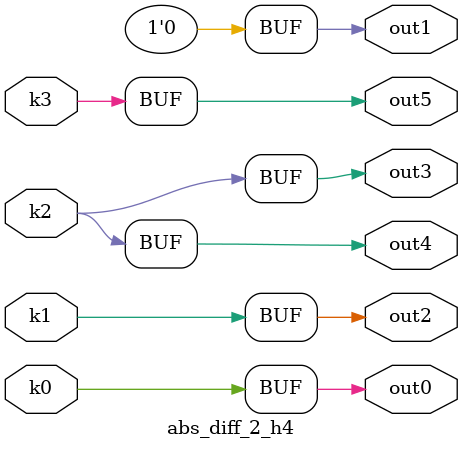
<source format=v>
module abs_diff_2(pi0, pi1, pi2, pi3, pi4, pi5, pi6, po0, po1, po2, po3, po4, po5);
input pi0, pi1, pi2, pi3, pi4, pi5, pi6;
output po0, po1, po2, po3, po4, po5;
wire k0, k1, k2, k3;
abs_diff_2_w4 DUT1 (pi0, pi1, pi2, pi3, pi4, pi5, pi6, k0, k1, k2, k3);
abs_diff_2_h4 DUT2 (k0, k1, k2, k3, po0, po1, po2, po3, po4, po5);
endmodule

module abs_diff_2_w4(in6, in5, in4, in3, in2, in1, in0, k3, k2, k1, k0);
input in6, in5, in4, in3, in2, in1, in0;
output k3, k2, k1, k0;
assign k0 =   (((~in5 & (in2 | (~in6 & in3))) | (~in6 & in2 & in3)) & (~in4 | in1)) | (~in4 & in1);
assign k1 =   (~in0 | (((~in5 & in2) | (in4 ? (in1 | (~in6 & in3)) : ~in1)) & (in5 | ~in2 | (in4 ^ in1)) & (~in5 | in2 | ~in4 | in1))) & (in0 | ((~in6 | in3 | (in4 & ~in1)) & (~in5 | in2 | (in4 ^ in1)) & ((in5 & ~in2) | (in4 ? (in1 | (in6 & ~in3)) : ~in1)) & (in6 | ~in3 | ~in1) & (in5 | ~in2 | ~in4 | in1))) & (in6 | ~in3 | (in5 & ~in2) | (in4 & ~in1)) & (in4 | ~in1 | ~in6 | in3);
assign k2 =   ((~in6 ^ in3) & (~in5 ^ in2)) | ((in4 | ~in1) & ((in5 & ((~in6 & ~in2 & in3) | (in2 & ~in3))) | (in6 & ~in2 & ~in3))) | (in4 & ~in1 & (in6 ^ in3));
assign k3 =   in3 ^ ~in6;
endmodule

module abs_diff_2_h4(k3, k2, k1, k0, out5, out4, out3, out2, out1, out0);
input k3, k2, k1, k0;
output out5, out4, out3, out2, out1, out0;
assign out0 = k0;
assign out1 = 0;
assign out2 = k1;
assign out3 = k2;
assign out4 = k2;
assign out5 = k3;
endmodule

</source>
